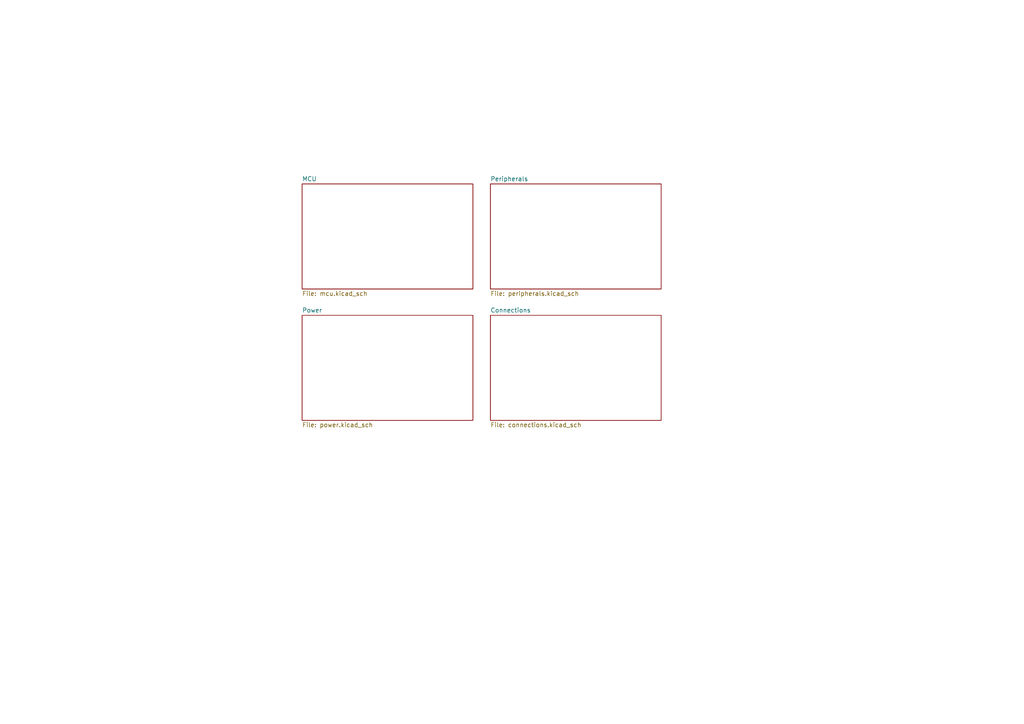
<source format=kicad_sch>
(kicad_sch (version 20211123) (generator eeschema)
  (paper "A4")
  (lib_symbols)
  (sheet (at 142.24 91.44) (size 49.53 30.48) (stroke (width 0.1524))
    (property "Sheet name" "Connections" (at 142.24 90.7284 0) (effects (justify left bottom)))
    (property "Sheet file" "connections.kicad_sch" (at 142.24 122.5046 0) (effects (justify left top)))
  )
  (sheet (at 87.63 53.34) (size 49.53 30.48) (stroke (width 0.1524))
    (property "Sheet name" "MCU" (at 87.63 52.6284 0) (effects (justify left bottom)))
    (property "Sheet file" "mcu.kicad_sch" (at 87.63 84.4046 0) (effects (justify left top)))
  )
  (sheet (at 142.24 53.34) (size 49.53 30.48) (stroke (width 0.1524))
    (property "Sheet name" "Peripherals" (at 142.24 52.6284 0) (effects (justify left bottom)))
    (property "Sheet file" "peripherals.kicad_sch" (at 142.24 84.4046 0) (effects (justify left top)))
  )
  (sheet (at 87.63 91.44) (size 49.53 30.48) (stroke (width 0.1524))
    (property "Sheet name" "Power" (at 87.63 90.7284 0) (effects (justify left bottom)))
    (property "Sheet file" "power.kicad_sch" (at 87.63 122.5046 0) (effects (justify left top)))
  )
)
</source>
